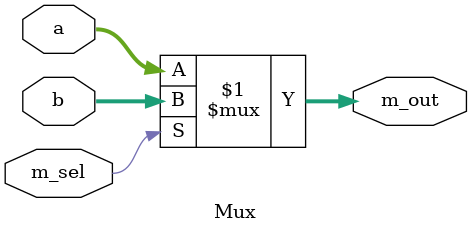
<source format=v>
`timescale 1ns / 1ps


module Mux #(parameter WL=32)(
  
    input [WL-1:0] a,
    input [WL-1:0] b,
    input m_sel,
    output [WL-1:0] m_out
    );
    
assign m_out = m_sel ? b : a; 


endmodule

</source>
